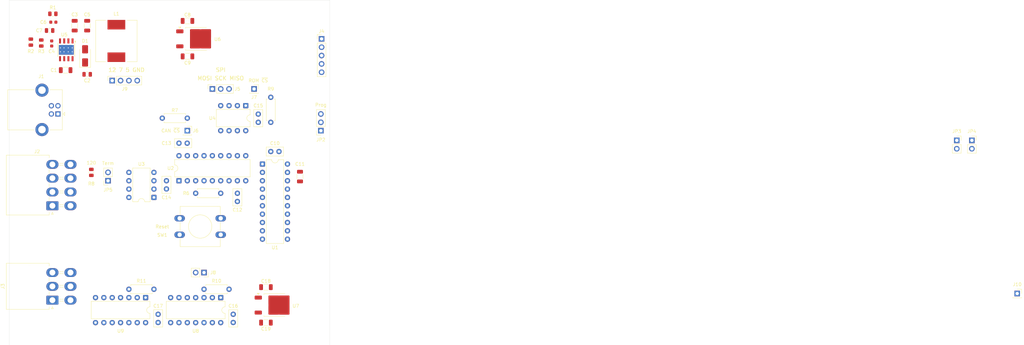
<source format=kicad_pcb>
(kicad_pcb (version 20241229) (generator "pcbnew") (generator_version "9.0")
  (title_block (title "CAN Gauge Interface") (date "2025-09-27") (rev "0.1") (company "Sam Anthony"))
  (layers (0 "F.Cu" signal) (4 "In1.Cu" signal) (6 "In2.Cu" signal) (2 "B.Cu" power) (13 "F.Paste" user) (15 "B.Paste" user) (5 "F.SilkS" user "F.Silkscreen") (7 "B.SilkS" user "B.Silkscreen") (1 "F.Mask" user) (3 "B.Mask" user) (25 "Edge.Cuts" user))
  (net 0 "")
  (net 1 "GND")
  (net 2 "+12V")
  (net 3 "Net-(U5-BOOT)")
  (net 4 "+7V")
  (net 5 "Net-(C7-Pad2)")
  (net 6 "+5V")
  (net 7 "Net-(U1-Vusb3v3)")
  (net 8 "/~{MCLR}")
  (net 9 "+5VA")
  (net 10 "/USB_D+")
  (net 11 "/USB_D-")
  (net 12 "VBUS")
  (net 15 "/CAN_L")
  (net 16 "/Speed")
  (net 17 "/Tach")
  (net 18 "/CAN_H")
  (net 19 "/AN4")
  (net 20 "/AN2")
  (net 21 "/AN3")
  (net 22 "/AN1")
  (net 23 "/ICSP_CLK")
  (net 24 "/ICSP_DAT")
  (net 25 "/SCK")
  (net 26 "/MOSI")
  (net 27 "/MISO")
  (net 28 "/CAN_~{CS}")
  (net 29 "/ROM_~{CS}")
  (net 30 "/DAC2_~{CS}")
  (net 31 "/DAC1_~{CS}")
  (net 32 "/INT{slash}ICSP_CLK")
  (net 33 "/INT")
  (net 34 "Net-(JP5-B)")
  (net 36 "/CLK")
  (net 39 "/CAN_RX")
  (net 40 "/CAN_TX")
  (net 53 "/PH")
  (net 54 "/sense")
  (footprint "Connector_PinSocket_2.54mm:PinSocket_1x01_P2.54mm_Vertical" (layer "F.Cu") (at 124.46 129.54)
    (property "Reference" "J7" (at 0 2.54 0) (layer "F.SilkS"))
    (property "Value" "ROM ~{CS}" (at 1.27 -2.54 0) (layer "F.SilkS"))
    (pad "1" thru_hole rect (at 0 0) (size 1.7 1.7) (drill 1) (layers "*.Cu" "*.Mask") (net 29 "/ROM_~{CS}"))
  )
  (footprint "Capacitor_SMD:C_1206_3216Metric" (layer "F.Cu") (at 104.189 119.634)
    (property "Reference" "C9" (at 0 1.984 0) (layer "F.SilkS"))
    (property "Value" "10u" (hide yes))
    (pad "1" smd roundrect (at -1.475 0) (size 1.15 1.8) (layers "F.Cu" "F.Mask" "F.Paste") (roundrect_rratio 0.217391) (net 6 "+5V"))
    (pad "2" smd roundrect (at 1.475 0) (size 1.15 1.8) (layers "F.Cu" "F.Mask" "F.Paste") (roundrect_rratio 0.217391) (net 1 "GND"))
  )
  (footprint "Capacitor_SMD:C_0805_2012Metric" (layer "F.Cu") (at 62.23 111.76 180)
    (property "Reference" "C7" (at 3.175 0 0) (layer "F.SilkS"))
    (property "Value" "47n" (hide yes))
    (pad "1" smd roundrect (at -0.95 0 180) (size 1 1.45) (layers "F.Cu" "F.Mask" "F.Paste") (net 54 "/sense"))
    (pad "2" smd roundrect (at 0.95 0 180) (size 1 1.45) (layers "F.Cu" "F.Mask" "F.Paste") (net 5 "Net-(C7-Pad2)"))
  )
  (footprint "Connector_PinSocket_2.54mm:PinSocket_1x04_P2.54mm_Vertical" (layer "F.Cu") (at 81.28 127 90)
    (property "Reference" "J9" (at -2.54 3.81 180) (layer "F.SilkS"))
    (property "Value" "Conn_01x04_Socket" (hide yes))
    (pad "1" thru_hole rect (at 0 0 90) (size 1.7 1.7) (drill 1) (layers "*.Cu" "*.Mask") (net 2 "+12V"))
    (pad "2" thru_hole oval (at 0 2.54 90) (size 1.7 1.7) (drill 1) (layers "*.Cu" "*.Mask") (net 4 "+7V"))
    (pad "3" thru_hole oval (at 0 5.08 90) (size 1.7 1.7) (drill 1) (layers "*.Cu" "*.Mask") (net 6 "+5V"))
    (pad "4" thru_hole oval (at 0 7.62 90) (size 1.7 1.7) (drill 1) (layers "*.Cu" "*.Mask") (net 1 "GND"))
  )
  (footprint "MountingHole:MountingHole_3.2mm_M3_DIN965" (layer "F.Cu") (at 55 202.5)
    (property "Reference" "H1" (hide yes))
    (property "Value" "MountingHole" (hide yes))
    (pad "" np_thru_hole circle (at 0 0) (size 3.2 3.2) (drill 3.2) (layers "*.Cu" "*.Mask"))
  )
  (footprint "Capacitor_SMD:C_1206_3216Metric" (layer "F.Cu") (at 128.065 200.66)
    (property "Reference" "C19" (at 0 1.905 0) (layer "F.SilkS"))
    (property "Value" "10u" (hide yes))
    (pad "1" smd roundrect (at -1.475 0) (size 1.15 1.8) (layers "F.Cu" "F.Mask" "F.Paste") (roundrect_rratio 0.217391) (net 9 "+5VA"))
    (pad "2" smd roundrect (at 1.475 0) (size 1.15 1.8) (layers "F.Cu" "F.Mask" "F.Paste") (roundrect_rratio 0.217391) (net 1 "GND"))
  )
  (footprint "Resistor_THT:R_Axial_DIN0207_L6.3mm_D2.5mm_P7.62mm_Horizontal" (layer "F.Cu") (at 116.84 190.5 180)
    (property "Reference" "R10" (at 3.81 2.54 0) (layer "F.SilkS"))
    (property "Value" "10k" (hide yes))
    (pad "1" thru_hole circle (at 0 0 180) (size 1.6 1.6) (drill 0.8) (layers "*.Cu" "*.Mask") (net 9 "+5VA"))
    (pad "2" thru_hole oval (at 7.62 0 180) (size 1.6 1.6) (drill 0.8) (layers "*.Cu" "*.Mask") (net 31 "/DAC1_~{CS}"))
  )
  (footprint "Capacitor_SMD:C_1206_3216Metric" (layer "F.Cu") (at 128.065 189.865)
    (property "Reference" "C18" (at 0 -1.85 0) (layer "F.SilkS"))
    (property "Value" "10u" (hide yes))
    (pad "1" smd roundrect (at -1.475 0) (size 1.15 1.8) (layers "F.Cu" "F.Mask" "F.Paste") (roundrect_rratio 0.217391) (net 4 "+7V"))
    (pad "2" smd roundrect (at 1.475 0) (size 1.15 1.8) (layers "F.Cu" "F.Mask" "F.Paste") (roundrect_rratio 0.217391) (net 1 "GND"))
  )
  (footprint "Package_TO_SOT_SMD:TO-252-2" (layer "F.Cu") (at 106.894 114.294)
    (property "Reference" "U6" (at 6.443 0.128 0) (layer "F.SilkS"))
    (property "Value" "L78M05AB" (hide yes))
    (pad "1" smd roundrect (at -5.04 -2.28) (size 2.2 1.2) (layers "F.Cu" "F.Mask" "F.Paste") (roundrect_rratio 0.208333) (net 4 "+7V"))
    (pad "2" smd roundrect (at -0.415 -1.525) (size 3.05 2.75) (layers "F.Cu" "F.Paste") (roundrect_rratio 0.090909) (net 1 "GND"))
    (pad "2" smd roundrect (at -0.415 1.525) (size 3.05 2.75) (layers "F.Cu" "F.Paste") (roundrect_rratio 0.090909) (net 1 "GND"))
    (pad "2" smd roundrect (at 1.26 0) (size 6.4 5.8) (layers "F.Cu" "F.Mask") (roundrect_rratio 0.043103) (net 1 "GND"))
    (pad "2" smd roundrect (at 2.935 -1.525) (size 3.05 2.75) (layers "F.Cu" "F.Paste") (roundrect_rratio 0.090909) (net 1 "GND"))
    (pad "2" smd roundrect (at 2.935 1.525) (size 3.05 2.75) (layers "F.Cu" "F.Paste") (roundrect_rratio 0.090909) (net 1 "GND"))
    (pad "3" smd roundrect (at -5.04 2.28) (size 2.2 1.2) (layers "F.Cu" "F.Mask" "F.Paste") (roundrect_rratio 0.208333) (net 6 "+5V"))
  )
  (footprint "Capacitor_THT:C_Disc_D5.0mm_W2.5mm_P2.50mm" (layer "F.Cu") (at 118.11 198.12 -90)
    (property "Reference" "C16" (at -2.54 0 180) (layer "F.SilkS"))
    (property "Value" "100n" (hide yes))
    (pad "1" thru_hole circle (at 0 0 270) (size 1.6 1.6) (drill 0.8) (layers "*.Cu" "*.Mask") (net 9 "+5VA"))
    (pad "2" thru_hole circle (at 2.5 0 270) (size 1.6 1.6) (drill 0.8) (layers "*.Cu" "*.Mask") (net 1 "GND"))
  )
  (footprint "MountingHole:MountingHole_3.2mm_M3_DIN965" (layer "F.Cu") (at 142.5 202.5)
    (property "Reference" "H2" (hide yes))
    (property "Value" "MountingHole" (hide yes))
    (pad "" np_thru_hole circle (at 0 0) (size 3.2 3.2) (drill 3.2) (layers "*.Cu" "*.Mask"))
  )
  (footprint "Capacitor_SMD:C_0603_1608Metric" (layer "F.Cu") (at 62.865 115.71 -90)
    (property "Reference" "C4" (at 2.4 0 180) (layer "F.SilkS"))
    (property "Value" "220p" (hide yes))
    (pad "1" smd roundrect (at -0.775 0 270) (size 0.9 0.95) (layers "F.Cu" "F.Mask" "F.Paste") (net 54 "/sense"))
    (pad "2" smd roundrect (at 0.775 0 270) (size 0.9 0.95) (layers "F.Cu" "F.Mask" "F.Paste") (net 1 "GND"))
  )
  (footprint "Connector_Molex:Molex_Mini-Fit_Jr_5569-06A2_2x03_P4.20mm_Horizontal" (layer "F.Cu") (at 63.08 193.82 90)
    (property "Reference" "J3" (at 4.2 -15.1 90) (layer "F.SilkS"))
    (property "Value" "Analog")
    (pad "" np_thru_hole circle (at 0 -7.3 90) (size 3 3) (drill 3) (layers "*.Cu" "*.Mask"))
    (pad "" np_thru_hole circle (at 8.4 -7.3 90) (size 3 3) (drill 3) (layers "*.Cu" "*.Mask"))
    (pad "1" thru_hole roundrect (at 0 0 90) (size 2.7 3.7) (drill 1.8) (layers "*.Cu" "*.Mask") (roundrect_rratio 0.092593) (net 22 "/AN1"))
    (pad "2" thru_hole oval (at 4.2 0 90) (size 2.7 3.7) (drill 1.8) (layers "*.Cu" "*.Mask") (net 1 "GND"))
    (pad "3" thru_hole oval (at 8.4 0 90) (size 2.7 3.7) (drill 1.8) (layers "*.Cu" "*.Mask") (net 19 "/AN4"))
    (pad "4" thru_hole oval (at 0 5.5 90) (size 2.7 3.7) (drill 1.8) (layers "*.Cu" "*.Mask") (net 20 "/AN2"))
    (pad "5" thru_hole oval (at 4.2 5.5 90) (size 2.7 3.7) (drill 1.8) (layers "*.Cu" "*.Mask") (net 1 "GND"))
    (pad "6" thru_hole oval (at 8.4 5.5 90) (size 2.7 3.7) (drill 1.8) (layers "*.Cu" "*.Mask") (net 21 "/AN3"))
  )
  (footprint "Resistor_SMD:R_0805_2012Metric" (layer "F.Cu") (at 63.2225 106.68)
    (property "Reference" "R1" (at 0 -1.905 0) (layer "F.SilkS"))
    (property "Value" "10k" (hide yes))
    (pad "1" smd roundrect (at -0.9125 0) (size 1.025 1.4) (layers "F.Cu" "F.Mask" "F.Paste") (roundrect_rratio 0.243902) (net 54 "/sense"))
    (pad "2" smd roundrect (at 0.9125 0) (size 1.025 1.4) (layers "F.Cu" "F.Mask" "F.Paste") (roundrect_rratio 0.243902) (net 4 "+7V"))
  )
  (footprint "Connector_USB:USB_B_Lumberg_2411_02_Horizontal" (layer "F.Cu") (at 64.77 137.16 180)
    (property "Reference" "J1" (at 5.08 11.43 180) (layer "F.SilkS"))
    (property "Value" "USB_B" (hide yes))
    (pad "1" thru_hole rect (at 0 0 270) (size 1.6 1.6) (drill 0.95) (layers "*.Cu" "*.Mask") (net 12 "VBUS"))
    (pad "2" thru_hole circle (at 0 2.5 270) (size 1.6 1.6) (drill 0.95) (layers "*.Cu" "*.Mask") (net 11 "/USB_D-"))
    (pad "3" thru_hole circle (at 2 2.5 270) (size 1.6 1.6) (drill 0.95) (layers "*.Cu" "*.Mask") (net 10 "/USB_D+"))
    (pad "4" thru_hole circle (at 2 0 270) (size 1.6 1.6) (drill 0.95) (layers "*.Cu" "*.Mask") (net 1 "GND"))
    (pad "5" thru_hole circle (at 4.86 -4.75 270) (size 4 4) (drill 2.3) (layers "*.Cu" "*.Mask"))
    (pad "5" thru_hole circle (at 4.86 7.25 270) (size 4 4) (drill 2.3) (layers "*.Cu" "*.Mask"))
  )
  (footprint "Connector_PinSocket_2.54mm:PinSocket_1x02_P2.54mm_Vertical" (layer "F.Cu") (at 80.01 157.48 180)
    (property "Reference" "JP5" (at 0 -2.77 0) (layer "F.SilkS"))
    (property "Value" "Term" (at 0 5.31 0) (layer "F.SilkS"))
    (pad "1" thru_hole rect (at 0 0 180) (size 1.7 1.7) (drill 1) (layers "*.Cu" "*.Mask") (net 15 "/CAN_L"))
    (pad "2" thru_hole oval (at 0 2.54 180) (size 1.7 1.7) (drill 1) (layers "*.Cu" "*.Mask") (net 34 "Net-(JP5-B)"))
  )
  (footprint "Capacitor_SMD:C_0603_1608Metric" (layer "F.Cu") (at 63.36 109.22)
    (property "Reference" "C6" (at -3.035 0 0) (layer "F.SilkS"))
    (property "Value" "3300p" (hide yes))
    (pad "1" smd roundrect (at -0.775 0) (size 0.9 0.95) (layers "F.Cu" "F.Mask" "F.Paste") (net 54 "/sense"))
    (pad "2" smd roundrect (at 0.775 0) (size 0.9 0.95) (layers "F.Cu" "F.Mask" "F.Paste") (net 4 "+7V"))
  )
  (footprint "Inductor_SMD:L_12x12mm_H8mm" (layer "F.Cu") (at 82.55 114.935 90)
    (property "Reference" "L1" (at 8.255 0 180) (layer "F.SilkS"))
    (property "Value" "150u" (hide yes))
    (pad "1" smd rect (at -4.95 0 90) (size 2.9 5.4) (layers "F.Cu" "F.Mask" "F.Paste") (net 53 "/PH"))
    (pad "2" smd rect (at 4.95 0 90) (size 2.9 5.4) (layers "F.Cu" "F.Mask" "F.Paste") (net 4 "+7V"))
  )
  (footprint "MountingHole:MountingHole_3.2mm_M3_DIN965" (layer "F.Cu") (at 55 107.5)
    (property "Reference" "H4" (hide yes))
    (property "Value" "MountingHole" (hide yes))
    (pad "" np_thru_hole circle (at 0 0) (size 3.2 3.2) (drill 3.2) (layers "*.Cu" "*.Mask"))
  )
  (footprint "Resistor_SMD:R_0805_2012Metric" (layer "F.Cu") (at 56.515 115.2925 -90)
    (property "Reference" "R2" (at 2.8175 0 180) (layer "F.SilkS"))
    (property "Value" "3k24" (hide yes))
    (pad "1" smd roundrect (at -0.9125 0 270) (size 1.025 1.4) (layers "F.Cu" "F.Mask" "F.Paste") (roundrect_rratio 0.243902) (net 54 "/sense"))
    (pad "2" smd roundrect (at 0.9125 0 270) (size 1.025 1.4) (layers "F.Cu" "F.Mask" "F.Paste") (roundrect_rratio 0.243902) (net 1 "GND"))
  )
  (footprint "Resistor_THT:R_Axial_DIN0207_L6.3mm_D2.5mm_P7.62mm_Horizontal" (layer "F.Cu") (at 106.68 161.29)
    (property "Reference" "R6" (at -2.8975 0 0) (layer "F.SilkS"))
    (property "Value" "10k" (hide yes))
    (pad "1" thru_hole circle (at 0 0) (size 1.6 1.6) (drill 0.8) (layers "*.Cu" "*.Mask") (net 6 "+5V"))
    (pad "2" thru_hole oval (at 7.62 0) (size 1.6 1.6) (drill 0.8) (layers "*.Cu" "*.Mask") (net 8 "/~{MCLR}"))
  )
  (footprint "Connector_PinSocket_2.54mm:PinSocket_1x02_P2.54mm_Vertical" (layer "F.Cu") (at 109.22 185.42 -90)
    (property "Reference" "J8" (at 0 -2.77 180) (layer "F.SilkS"))
    (property "Value" "DAC ~{CS}")
    (pad "1" thru_hole rect (at 0 0 270) (size 1.7 1.7) (drill 1) (layers "*.Cu" "*.Mask") (net 31 "/DAC1_~{CS}"))
    (pad "2" thru_hole oval (at 0 2.54 270) (size 1.7 1.7) (drill 1) (layers "*.Cu" "*.Mask") (net 30 "/DAC2_~{CS}"))
  )
  (footprint "Button_Switch_THT:SW_PUSH-12mm" (layer "F.Cu") (at 114.3 173.91 180)
    (property "Reference" "SW1" (at 17.78 -0.08 0) (layer "F.SilkS"))
    (property "Value" "Reset" (at 17.78 2.46 0) (layer "F.SilkS"))
    (pad "1" thru_hole oval (at 0 0 180) (size 3.2 1.9) (drill 1.3) (layers "*.Cu" "*.Mask") (net 1 "GND"))
    (pad "1" thru_hole oval (at 12.5 0 180) (size 3.2 1.9) (drill 1.3) (layers "*.Cu" "*.Mask") (net 1 "GND"))
    (pad "2" thru_hole oval (at 0 5 180) (size 3.2 1.9) (drill 1.3) (layers "*.Cu" "*.Mask") (net 8 "/~{MCLR}"))
    (pad "2" thru_hole oval (at 12.5 5 180) (size 3.2 1.9) (drill 1.3) (layers "*.Cu" "*.Mask") (net 8 "/~{MCLR}"))
  )
  (footprint "Capacitor_SMD:C_1206_3216Metric" (layer "F.Cu") (at 69.85 110.285 -90)
    (property "Reference" "C3" (at -3.38 0 0) (layer "F.SilkS"))
    (property "Value" "22u" (hide yes))
    (pad "1" smd roundrect (at -1.475 0 270) (size 1.15 1.8) (layers "F.Cu" "F.Mask" "F.Paste") (roundrect_rratio 0.217391) (net 4 "+7V"))
    (pad "2" smd roundrect (at 1.475 0 270) (size 1.15 1.8) (layers "F.Cu" "F.Mask" "F.Paste") (roundrect_rratio 0.217391) (net 1 "GND"))
  )
  (footprint "Connector_PinSocket_2.54mm:PinSocket_1x01_P2.54mm_Vertical" (layer "F.Cu") (at 104.14 142.24)
    (property "Reference" "J6" (at 2.54 0 0) (layer "F.SilkS"))
    (property "Value" "CAN ~{CS}" (at -5.08 0 0) (layer "F.SilkS"))
    (pad "1" thru_hole rect (at 0 0) (size 1.7 1.7) (drill 1) (layers "*.Cu" "*.Mask") (net 28 "/CAN_~{CS}"))
  )
  (footprint "Resistor_THT:R_Axial_DIN0207_L6.3mm_D2.5mm_P7.62mm_Horizontal" (layer "F.Cu") (at 129.54 139.7 90)
    (property "Reference" "R9" (at 10.16 0 180) (layer "F.SilkS"))
    (property "Value" "10k" (hide yes))
    (pad "1" thru_hole circle (at 0 0 90) (size 1.6 1.6) (drill 0.8) (layers "*.Cu" "*.Mask") (net 6 "+5V"))
    (pad "2" thru_hole oval (at 7.62 0 90) (size 1.6 1.6) (drill 0.8) (layers "*.Cu" "*.Mask") (net 29 "/ROM_~{CS}"))
  )
  (footprint "Connector_PinSocket_2.54mm:PinSocket_1x03_P2.54mm_Vertical" (layer "F.Cu") (at 144.78 142.24 180)
    (property "Reference" "JP2" (at 0 -2.77 0) (layer "F.SilkS"))
    (property "Value" "Prog" (at 0 7.85 0) (layer "F.SilkS"))
    (pad "1" thru_hole rect (at 0 0 180) (size 1.7 1.7) (drill 1) (layers "*.Cu" "*.Mask") (net 33 "/INT"))
    (pad "2" thru_hole oval (at 0 2.54 180) (size 1.7 1.7) (drill 1) (layers "*.Cu" "*.Mask") (net 32 "/INT{slash}ICSP_CLK"))
    (pad "3" thru_hole oval (at 0 5.08 180) (size 1.7 1.7) (drill 1) (layers "*.Cu" "*.Mask") (net 23 "/ICSP_CLK"))
  )
  (footprint "Package_DIP:DIP-14_W7.62mm" (layer "F.Cu") (at 114.3 193.04 -90)
    (property "Reference" "U8" (at 10.16 7.62 180) (layer "F.SilkS"))
    (property "Value" "MCP4912" (hide yes))
    (pad "1" thru_hole roundrect (at 0 0 270) (size 1.6 1.6) (drill 0.8) (layers "*.Cu" "*.Mask") (roundrect_rratio 0.15625) (net 9 "+5VA"))
    (pad "2" thru_hole circle (at 0 2.54 270) (size 1.6 1.6) (drill 0.8) (layers "*.Cu" "*.Mask"))
    (pad "3" thru_hole circle (at 0 5.08 270) (size 1.6 1.6) (drill 0.8) (layers "*.Cu" "*.Mask") (net 31 "/DAC1_~{CS}"))
    (pad "4" thru_hole circle (at 0 7.62 270) (size 1.6 1.6) (drill 0.8) (layers "*.Cu" "*.Mask") (net 25 "/SCK"))
    (pad "5" thru_hole circle (at 0 10.16 270) (size 1.6 1.6) (drill 0.8) (layers "*.Cu" "*.Mask") (net 26 "/MOSI"))
    (pad "6" thru_hole circle (at 0 12.7 270) (size 1.6 1.6) (drill 0.8) (layers "*.Cu" "*.Mask"))
    (pad "7" thru_hole circle (at 0 15.24 270) (size 1.6 1.6) (drill 0.8) (layers "*.Cu" "*.Mask"))
    (pad "8" thru_hole circle (at 7.62 15.24 270) (size 1.6 1.6) (drill 0.8) (layers "*.Cu" "*.Mask") (net 1 "GND"))
    (pad "9" thru_hole circle (at 7.62 12.7 270) (size 1.6 1.6) (drill 0.8) (layers "*.Cu" "*.Mask") (net 9 "+5VA"))
    (pad "10" thru_hole circle (at 7.62 10.16 270) (size 1.6 1.6) (drill 0.8) (layers "*.Cu" "*.Mask") (net 20 "/AN2"))
    (pad "11" thru_hole circle (at 7.62 7.62 270) (size 1.6 1.6) (drill 0.8) (layers "*.Cu" "*.Mask") (net 9 "+5VA"))
    (pad "12" thru_hole circle (at 7.62 5.08 270) (size 1.6 1.6) (drill 0.8) (layers "*.Cu" "*.Mask") (net 1 "GND"))
    (pad "13" thru_hole circle (at 7.62 2.54 270) (size 1.6 1.6) (drill 0.8) (layers "*.Cu" "*.Mask") (net 9 "+5VA"))
    (pad "14" thru_hole circle (at 7.62 0 270) (size 1.6 1.6) (drill 0.8) (layers "*.Cu" "*.Mask") (net 22 "/AN1"))
  )
  (footprint "Diode_SMD:D_SMA" (layer "F.Cu") (at 73.025 119.475 90)
    (property "Reference" "D1" (at 4.54 0 180) (layer "F.SilkS"))
    (property "Value" "SS34" (hide yes))
    (pad "1" smd roundrect (at -2 0 90) (size 2.5 1.8) (layers "F.Cu" "F.Mask" "F.Paste") (roundrect_rratio 0.1388888889) (net 53 "/PH"))
    (pad "2" smd roundrect (at 2 0 90) (size 2.5 1.8) (layers "F.Cu" "F.Mask" "F.Paste") (roundrect_rratio 0.1388888889) (net 1 "GND"))
  )
  (footprint "Connector_Molex:Molex_Mini-Fit_Jr_5569-08A2_2x04_P4.20mm_Horizontal" (layer "F.Cu") (at 63.08 165.1 90)
    (property "Reference" "J2" (at 16.51 -4.66 180) (layer "F.SilkS"))
    (property "Value" "Conn_02x04_Top_Bottom" (hide yes))
    (pad "" np_thru_hole circle (at 0 -7.3 90) (size 3 3) (drill 3) (layers "*.Cu" "*.Mask"))
    (pad "" np_thru_hole circle (at 12.6 -7.3 90) (size 3 3) (drill 3) (layers "*.Cu" "*.Mask"))
    (pad "1" thru_hole roundrect (at 0 0 90) (size 2.7 3.7) (drill 1.8) (layers "*.Cu" "*.Mask") (roundrect_rratio 0.092593) (net 17 "/Tach"))
    (pad "2" thru_hole oval (at 4.2 0 90) (size 2.7 3.7) (drill 1.8) (layers "*.Cu" "*.Mask") (net 1 "GND"))
    (pad "3" thru_hole oval (at 8.4 0 90) (size 2.7 3.7) (drill 1.8) (layers "*.Cu" "*.Mask") (net 1 "GND"))
    (pad "4" thru_hole oval (at 12.6 0 90) (size 2.7 3.7) (drill 1.8) (layers "*.Cu" "*.Mask") (net 2 "+12V"))
    (pad "5" thru_hole oval (at 0 5.5 90) (size 2.7 3.7) (drill 1.8) (layers "*.Cu" "*.Mask") (net 16 "/Speed"))
    (pad "6" thru_hole oval (at 4.2 5.5 90) (size 2.7 3.7) (drill 1.8) (layers "*.Cu" "*.Mask") (net 18 "/CAN_H"))
    (pad "7" thru_hole oval (at 8.4 5.5 90) (size 2.7 3.7) (drill 1.8) (layers "*.Cu" "*.Mask") (net 15 "/CAN_L"))
    (pad "8" thru_hole oval (at 12.6 5.5 90) (size 2.7 3.7) (drill 1.8) (layers "*.Cu" "*.Mask") (net 1 "GND"))
  )
  (footprint "Resistor_SMD:R_0805_2012Metric" (layer "F.Cu") (at 59.69 115.57 -90)
    (property "Reference" "R3" (at 2.54 0 0) (layer "F.SilkS"))
    (property "Value" "2k7" (hide yes))
    (pad "1" smd roundrect (at -0.9125 0 270) (size 1.025 1.4) (layers "F.Cu" "F.Mask" "F.Paste") (roundrect_rratio 0.243902) (net 5 "Net-(C7-Pad2)"))
    (pad "2" smd roundrect (at 0.9125 0 270) (size 1.025 1.4) (layers "F.Cu" "F.Mask" "F.Paste") (roundrect_rratio 0.243902) (net 1 "GND"))
  )
  (footprint "Package_DIP:DIP-8_W7.62mm" (layer "F.Cu") (at 93.98 162.56 180)
    (property "Reference" "U3" (at 3.805 10.16 0) (layer "F.SilkS"))
    (property "Value" "MCP2561-E-P" (hide yes))
    (pad "1" thru_hole roundrect (at 0 0 180) (size 1.6 1.6) (drill 0.8) (layers "*.Cu" "*.Mask") (roundrect_rratio 0.15625) (net 40 "/CAN_TX"))
    (pad "2" thru_hole circle (at 0 2.54 180) (size 1.6 1.6) (drill 0.8) (layers "*.Cu" "*.Mask") (net 1 "GND"))
    (pad "3" thru_hole circle (at 0 5.08 180) (size 1.6 1.6) (drill 0.8) (layers "*.Cu" "*.Mask") (net 6 "+5V"))
    (pad "4" thru_hole circle (at 0 7.62 180) (size 1.6 1.6) (drill 0.8) (layers "*.Cu" "*.Mask") (net 39 "/CAN_RX"))
    (pad "5" thru_hole circle (at 7.62 7.62 180) (size 1.6 1.6) (drill 0.8) (layers "*.Cu" "*.Mask"))
    (pad "6" thru_hole circle (at 7.62 5.08 180) (size 1.6 1.6) (drill 0.8) (layers "*.Cu" "*.Mask") (net 15 "/CAN_L"))
    (pad "7" thru_hole circle (at 7.62 2.54 180) (size 1.6 1.6) (drill 0.8) (layers "*.Cu" "*.Mask") (net 18 "/CAN_H"))
    (pad "8" thru_hole circle (at 7.62 0 180) (size 1.6 1.6) (drill 0.8) (layers "*.Cu" "*.Mask") (net 1 "GND"))
  )
  (footprint "Resistor_THT:R_Axial_DIN0207_L6.3mm_D2.5mm_P7.62mm_Horizontal" (layer "F.Cu") (at 96.52 138.43)
    (property "Reference" "R7" (at 3.81 -2.37 0) (layer "F.SilkS"))
    (property "Value" "10k" (hide yes))
    (pad "1" thru_hole circle (at 0 0) (size 1.6 1.6) (drill 0.8) (layers "*.Cu" "*.Mask") (net 6 "+5V"))
    (pad "2" thru_hole oval (at 7.62 0) (size 1.6 1.6) (drill 0.8) (layers "*.Cu" "*.Mask") (net 28 "/CAN_~{CS}"))
  )
  (footprint "Capacitor_SMD:C_1206_3216Metric" (layer "F.Cu") (at 73.66 110.285 -90)
    (property "Reference" "C5" (at -3.38 0 0) (layer "F.SilkS"))
    (property "Value" "22u" (hide yes))
    (pad "1" smd roundrect (at -1.475 0 270) (size 1.15 1.8) (layers "F.Cu" "F.Mask" "F.Paste") (roundrect_rratio 0.217391) (net 4 "+7V"))
    (pad "2" smd roundrect (at 1.475 0 270) (size 1.15 1.8) (layers "F.Cu" "F.Mask" "F.Paste") (roundrect_rratio 0.217391) (net 1 "GND"))
  )
  (footprint "Connector_PinHeader_2.54mm:PinHeader_1x05_P2.54mm_Vertical" (layer "F.Cu") (at 145 114.3)
    (property "Reference" "J4" (at 0 -2.33 0) (layer "F.SilkS"))
    (property "Value" "ICSP")
    (pad "1" thru_hole rect (at 0 0) (size 1.7 1.7) (drill 1) (layers "*.Cu" "*.Mask") (net 8 "/~{MCLR}"))
    (pad "2" thru_hole oval (at 0 2.54) (size 1.7 1.7) (drill 1) (layers "*.Cu" "*.Mask") (net 6 "+5V"))
    (pad "3" thru_hole oval (at 0 5.08) (size 1.7 1.7) (drill 1) (layers "*.Cu" "*.Mask") (net 1 "GND"))
    (pad "4" thru_hole oval (at 0 7.62) (size 1.7 1.7) (drill 1) (layers "*.Cu" "*.Mask") (net 24 "/ICSP_DAT"))
    (pad "5" thru_hole oval (at 0 10.16) (size 1.7 1.7) (drill 1) (layers "*.Cu" "*.Mask") (net 23 "/ICSP_CLK"))
  )
  (footprint "Capacitor_THT:C_Disc_D5.0mm_W2.5mm_P2.50mm" (layer "F.Cu") (at 97.79 159.98 90)
    (property "Reference" "C14" (at -2.58 0 180) (layer "F.SilkS"))
    (property "Value" "100n" (hide yes))
    (pad "1" thru_hole circle (at 0 0 90) (size 1.6 1.6) (drill 0.8) (layers "*.Cu" "*.Mask") (net 1 "GND"))
    (pad "2" thru_hole circle (at 2.5 0 90) (size 1.6 1.6) (drill 0.8) (layers "*.Cu" "*.Mask") (net 6 "+5V"))
  )
  (footprint "Connector_PinSocket_2.54mm:PinSocket_1x03_P2.54mm_Vertical" (layer "F.Cu") (at 111.76 129.54 90)
    (property "Reference" "J5" (at 0 7.62 180) (layer "F.SilkS"))
    (property "Value" "SPI Debug" (hide yes))
    (pad "1" thru_hole rect (at 0 0 90) (size 1.7 1.7) (drill 1) (layers "*.Cu" "*.Mask") (net 26 "/MOSI"))
    (pad "2" thru_hole oval (at 0 2.54 90) (size 1.7 1.7) (drill 1) (layers "*.Cu" "*.Mask") (net 25 "/SCK"))
    (pad "3" thru_hole oval (at 0 5.08 90) (size 1.7 1.7) (drill 1) (layers "*.Cu" "*.Mask") (net 27 "/MISO"))
  )
  (footprint "Connector_PinSocket_2.54mm:PinSocket_1x02_P2.54mm_Vertical" (layer "F.Cu") (at 342.9 145.2)
    (property "Reference" "JP4" (at 0 -2.77 0) (layer "F.SilkS"))
    (property "Value" "USB_PWR")
    (pad "1" thru_hole rect (at 0 0) (size 1.7 1.7) (drill 1) (layers "*.Cu" "*.Mask") (net 12 "VBUS"))
    (pad "2" thru_hole oval (at 0 2.54) (size 1.7 1.7) (drill 1) (layers "*.Cu" "*.Mask") (net 9 "+5VA"))
  )
  (footprint "Capacitor_SMD:C_1206_3216Metric" (layer "F.Cu") (at 104.189 108.839)
    (property "Reference" "C8" (at 0 -1.85 0) (layer "F.SilkS"))
    (property "Value" "10u" (hide yes))
    (pad "1" smd roundrect (at -1.475 0) (size 1.15 1.8) (layers "F.Cu" "F.Mask" "F.Paste") (roundrect_rratio 0.217391) (net 4 "+7V"))
    (pad "2" smd roundrect (at 1.475 0) (size 1.15 1.8) (layers "F.Cu" "F.Mask" "F.Paste") (roundrect_rratio 0.217391) (net 1 "GND"))
  )
  (footprint "Connector_PinSocket_2.54mm:PinSocket_1x01_P2.54mm_Vertical" (layer "F.Cu") (at 356.7 191.8)
    (property "Reference" "J10" (at 0 -2.77 0) (layer "F.SilkS"))
    (property "Value" "+5VA")
    (pad "1" thru_hole rect (at 0 0) (size 1.7 1.7) (drill 1) (layers "*.Cu" "*.Mask") (net 9 "+5VA"))
  )
  (footprint "Package_DIP:DIP-20_W7.62mm" (layer "F.Cu") (at 127 152.4)
    (property "Reference" "U1" (at 3.81 25.4 0) (layer "F.SilkS"))
    (property "Value" "PIC16F1459-IP" (hide yes))
    (pad "1" thru_hole roundrect (at 0 0) (size 1.6 1.6) (drill 0.8) (layers "*.Cu" "*.Mask") (roundrect_rratio 0.15625) (net 6 "+5V"))
    (pad "2" thru_hole circle (at 0 2.54) (size 1.6 1.6) (drill 0.8) (layers "*.Cu" "*.Mask") (net 28 "/CAN_~{CS}"))
    (pad "3" thru_hole circle (at 0 5.08) (size 1.6 1.6) (drill 0.8) (layers "*.Cu" "*.Mask") (net 36 "/CLK"))
    (pad "4" thru_hole circle (at 0 7.62) (size 1.6 1.6) (drill 0.8) (layers "*.Cu" "*.Mask") (net 8 "/~{MCLR}"))
    (pad "5" thru_hole circle (at 0 10.16) (size 1.6 1.6) (drill 0.8) (layers "*.Cu" "*.Mask") (net 29 "/ROM_~{CS}"))
    (pad "6" thru_hole circle (at 0 12.7) (size 1.6 1.6) (drill 0.8) (layers "*.Cu" "*.Mask"))
    (pad "7" thru_hole circle (at 0 15.24) (size 1.6 1.6) (drill 0.8) (layers "*.Cu" "*.Mask"))
    (pad "8" thru_hole circle (at 0 17.78) (size 1.6 1.6) (drill 0.8) (layers "*.Cu" "*.Mask"))
    (pad "9" thru_hole circle (at 0 20.32) (size 1.6 1.6) (drill 0.8) (layers "*.Cu" "*.Mask") (net 26 "/MOSI"))
    (pad "10" thru_hole circle (at 0 22.86) (size 1.6 1.6) (drill 0.8) (layers "*.Cu" "*.Mask"))
    (pad "11" thru_hole circle (at 7.62 22.86) (size 1.6 1.6) (drill 0.8) (layers "*.Cu" "*.Mask") (net 25 "/SCK"))
    (pad "12" thru_hole circle (at 7.62 20.32) (size 1.6 1.6) (drill 0.8) (layers "*.Cu" "*.Mask"))
    (pad "13" thru_hole circle (at 7.62 17.78) (size 1.6 1.6) (drill 0.8) (layers "*.Cu" "*.Mask") (net 27 "/MISO"))
    (pad "14" thru_hole circle (at 7.62 15.24) (size 1.6 1.6) (drill 0.8) (layers "*.Cu" "*.Mask"))
    (pad "15" thru_hole circle (at 7.62 12.7) (size 1.6 1.6) (drill 0.8) (layers "*.Cu" "*.Mask") (net 32 "/INT{slash}ICSP_CLK"))
    (pad "16" thru_hole circle (at 7.62 10.16) (size 1.6 1.6) (drill 0.8) (layers "*.Cu" "*.Mask") (net 24 "/ICSP_DAT"))
    (pad "17" thru_hole circle (at 7.62 7.62) (size 1.6 1.6) (drill 0.8) (layers "*.Cu" "*.Mask") (net 7 "Net-(U1-Vusb3v3)"))
    (pad "18" thru_hole circle (at 7.62 5.08) (size 1.6 1.6) (drill 0.8) (layers "*.Cu" "*.Mask") (net 11 "/USB_D-"))
    (pad "19" thru_hole circle (at 7.62 2.54) (size 1.6 1.6) (drill 0.8) (layers "*.Cu" "*.Mask") (net 10 "/USB_D+"))
    (pad "20" thru_hole circle (at 7.62 0) (size 1.6 1.6) (drill 0.8) (layers "*.Cu" "*.Mask") (net 1 "GND"))
  )
  (footprint "Capacitor_SMD:C_0805_2012Metric" (layer "F.Cu") (at 73.66 125.095)
    (property "Reference" "C2" (at 0 1.905 180) (layer "F.SilkS"))
    (property "Value" "10n" (hide yes))
    (pad "1" smd roundrect (at -0.95 0) (size 1 1.45) (layers "F.Cu" "F.Mask" "F.Paste") (net 3 "Net-(U5-BOOT)"))
    (pad "2" smd roundrect (at 0.95 0) (size 1 1.45) (layers "F.Cu" "F.Mask" "F.Paste") (net 53 "/PH"))
  )
  (footprint "Package_SO:TI_SO-PowerPAD-8_ThermalVias" (layer "F.Cu") (at 67.31 117.635 -90)
    (property "Reference" "U5" (at -4.605 0.635 180) (layer "F.SilkS"))
    (property "Value" "TPS5430DDA" (hide yes))
    (pad "1" smd rect (at -2.7 -1.905 270) (size 1.55 0.6) (layers "F.Cu" "F.Mask" "F.Paste") (net 3 "Net-(U5-BOOT)"))
    (pad "2" smd rect (at -2.7 -0.635 270) (size 1.55 0.6) (layers "F.Cu" "F.Mask" "F.Paste"))
    (pad "3" smd rect (at -2.7 0.635 270) (size 1.55 0.6) (layers "F.Cu" "F.Mask" "F.Paste"))
    (pad "4" smd rect (at -2.7 1.905 270) (size 1.55 0.6) (layers "F.Cu" "F.Mask" "F.Paste") (net 54 "/sense"))
    (pad "5" smd rect (at 2.7 1.905 270) (size 1.55 0.6) (layers "F.Cu" "F.Mask" "F.Paste"))
    (pad "6" smd rect (at 2.7 0.635 270) (size 1.55 0.6) (layers "F.Cu" "F.Mask" "F.Paste") (net 1 "GND"))
    (pad "7" smd rect (at 2.7 -0.635 270) (size 1.55 0.6) (layers "F.Cu" "F.Mask" "F.Paste") (net 2 "+12V"))
    (pad "8" smd rect (at 2.7 -1.905 270) (size 1.55 0.6) (layers "F.Cu" "F.Mask" "F.Paste") (net 53 "/PH"))
    (pad "9" thru_hole circle (at -0.6 -1.8 270) (size 0.6 0.6) (drill 0.3) (layers "*.Cu") (net 1 "GND"))
    (pad "9" thru_hole circle (at -0.6 -0.6 270) (size 0.6 0.6) (drill 0.3) (layers "*.Cu") (net 1 "GND"))
    (pad "9" thru_hole circle (at -0.6 0.7 270) (size 0.6 0.6) (drill 0.3) (layers "*.Cu") (net 1 "GND"))
    (pad "9" thru_hole circle (at -0.6 1.8 270) (size 0.6 0.6) (drill 0.3) (layers "*.Cu") (net 1 "GND"))
    (pad "9" smd rect (at 0 0 270) (size 2.6 3.1) (layers "F.Cu" "F.Mask" "F.Paste") (net 1 "GND"))
    (pad "9" smd rect (at 0 0 270) (size 2.95 4.5) (layers "F.Cu") (net 1 "GND"))
    (pad "9" smd rect (at 0 0 270) (size 2.95 4.5) (layers "B.Cu") (net 1 "GND"))
    (pad "9" thru_hole circle (at 0.6 -1.8 270) (size 0.6 0.6) (drill 0.3) (layers "*.Cu") (net 1 "GND"))
    (pad "9" thru_hole circle (at 0.6 -0.6 270) (size 0.6 0.6) (drill 0.3) (layers "*.Cu") (net 1 "GND"))
    (pad "9" thru_hole circle (at 0.6 0.7 270) (size 0.6 0.6) (drill 0.3) (layers "*.Cu") (net 1 "GND"))
    (pad "9" thru_hole circle (at 0.6 1.8 270) (size 0.6 0.6) (drill 0.3) (layers "*.Cu") (net 1 "GND"))
  )
  (footprint "Capacitor_THT:C_Disc_D5.0mm_W2.5mm_P2.50mm" (layer "F.Cu") (at 119.38 161.29 -90)
    (property "Reference" "C12" (at 5.04 0 0) (layer "F.SilkS"))
    (property "Value" "100n" (hide yes))
    (pad "1" thru_hole circle (at 0 0 270) (size 1.6 1.6) (drill 0.8) (layers "*.Cu" "*.Mask") (net 8 "/~{MCLR}"))
    (pad "2" thru_hole circle (at 2.5 0 270) (size 1.6 1.6) (drill 0.8) (layers "*.Cu" "*.Mask") (net 1 "GND"))
  )
  (footprint "Capacitor_THT:C_Disc_D5.0mm_W2.5mm_P2.50mm" (layer "F.Cu") (at 95.25 198.12 -90)
    (property "Reference" "C17" (at -2.54 0 180) (layer "F.SilkS"))
    (property "Value" "100n" (hide yes))
    (pad "1" thru_hole circle (at 0 0 270) (size 1.6 1.6) (drill 0.8) (layers "*.Cu" "*.Mask") (net 9 "+5VA"))
    (pad "2" thru_hole circle (at 2.5 0 270) (size 1.6 1.6) (drill 0.8) (layers "*.Cu" "*.Mask") (net 1 "GND"))
  )
  (footprint "Resistor_SMD:R_0805_2012Metric" (layer "F.Cu") (at 74.93 154.94 90)
    (property "Reference" "R8" (at -3.4525 0 180) (layer "F.SilkS"))
    (property "Value" "120" (at 2.8975 0 180) (layer "F.SilkS"))
    (pad "1" smd roundrect (at -0.9125 0 90) (size 1.025 1.4) (layers "F.Cu" "F.Mask" "F.Paste") (roundrect_rratio 0.243902) (net 34 "Net-(JP5-B)"))
    (pad "2" smd roundrect (at 0.9125 0 90) (size 1.025 1.4) (layers "F.Cu" "F.Mask" "F.Paste") (roundrect_rratio 0.243902) (net 18 "/CAN_H"))
  )
  (footprint "Capacitor_THT:C_Disc_D5.0mm_W2.5mm_P2.50mm" (layer "F.Cu") (at 129.54 148.59)
    (property "Reference" "C10" (at 1.25 -2.5 0) (layer "F.SilkS"))
    (property "Value" "100n" (hide yes))
    (pad "1" thru_hole circle (at 0 0) (size 1.6 1.6) (drill 0.8) (layers "*.Cu" "*.Mask") (net 6 "+5V"))
    (pad "2" thru_hole circle (at 2.5 0) (size 1.6 1.6) (drill 0.8) (layers "*.Cu" "*.Mask") (net 1 "GND"))
  )
  (footprint "MountingHole:MountingHole_3.2mm_M3_DIN965" (layer "F.Cu") (at 142.5 107.5)
    (property "Reference" "H3" (hide yes))
    (property "Value" "MountingHole" (hide yes))
    (pad "" np_thru_hole circle (at 0 0) (size 3.2 3.2) (drill 3.2) (layers "*.Cu" "*.Mask"))
  )
  (footprint "Capacitor_THT:C_Disc_D5.0mm_W2.5mm_P2.50mm" (layer "F.Cu") (at 104.1 146.05 180)
    (property "Reference" "C13" (at 6.31 0 180) (layer "F.SilkS"))
    (property "Value" "100n" (hide yes))
    (pad "1" thru_hole circle (at 0 0 180) (size 1.6 1.6) (drill 0.8) (layers "*.Cu" "*.Mask") (net 1 "GND"))
    (pad "2" thru_hole circle (at 2.5 0 180) (size 1.6 1.6) (drill 0.8) (layers "*.Cu" "*.Mask") (net 6 "+5V"))
  )
  (footprint "Resistor_THT:R_Axial_DIN0207_L6.3mm_D2.5mm_P7.62mm_Horizontal" (layer "F.Cu") (at 93.98 190.5 180)
    (property "Reference" "R11" (at 3.81 2.54 0) (layer "F.SilkS"))
    (property "Value" "10k" (hide yes))
    (pad "1" thru_hole circle (at 0 0 180) (size 1.6 1.6) (drill 0.8) (layers "*.Cu" "*.Mask") (net 9 "+5VA"))
    (pad "2" thru_hole oval (at 7.62 0 180) (size 1.6 1.6) (drill 0.8) (layers "*.Cu" "*.Mask") (net 30 "/DAC2_~{CS}"))
  )
  (footprint "Connector_PinSocket_2.54mm:PinSocket_1x02_P2.54mm_Vertical" (layer "F.Cu") (at 338.3 145.2)
    (property "Reference" "JP3" (at 0 -2.77 0) (layer "F.SilkS"))
    (property "Value" "USB_PWR")
    (pad "1" thru_hole rect (at 0 0) (size 1.7 1.7) (drill 1) (layers "*.Cu" "*.Mask") (net 12 "VBUS"))
    (pad "2" thru_hole oval (at 0 2.54) (size 1.7 1.7) (drill 1) (layers "*.Cu" "*.Mask") (net 6 "+5V"))
  )
  (footprint "Package_DIP:DIP-18_W7.62mm" (layer "F.Cu") (at 101.6 157.48 90)
    (property "Reference" "U2" (at 3.81 -2.54 180) (layer "F.SilkS"))
    (property "Value" "MCP2515-I/P" (hide yes))
    (pad "1" thru_hole roundrect (at 0 0 90) (size 1.6 1.6) (drill 0.8) (layers "*.Cu" "*.Mask") (roundrect_rratio 0.15625) (net 40 "/CAN_TX"))
    (pad "2" thru_hole circle (at 0 2.54 90) (size 1.6 1.6) (drill 0.8) (layers "*.Cu" "*.Mask") (net 39 "/CAN_RX"))
    (pad "3" thru_hole circle (at 0 5.08 90) (size 1.6 1.6) (drill 0.8) (layers "*.Cu" "*.Mask"))
    (pad "4" thru_hole circle (at 0 7.62 90) (size 1.6 1.6) (drill 0.8) (layers "*.Cu" "*.Mask") (net 6 "+5V"))
    (pad "5" thru_hole circle (at 0 10.16 90) (size 1.6 1.6) (drill 0.8) (layers "*.Cu" "*.Mask") (net 6 "+5V"))
    (pad "6" thru_hole circle (at 0 12.7 90) (size 1.6 1.6) (drill 0.8) (layers "*.Cu" "*.Mask") (net 6 "+5V"))
    (pad "7" thru_hole circle (at 0 15.24 90) (size 1.6 1.6) (drill 0.8) (layers "*.Cu" "*.Mask"))
    (pad "8" thru_hole circle (at 0 17.78 90) (size 1.6 1.6) (drill 0.8) (layers "*.Cu" "*.Mask") (net 36 "/CLK"))
    (pad "9" thru_hole circle (at 0 20.32 90) (size 1.6 1.6) (drill 0.8) (layers "*.Cu" "*.Mask") (net 1 "GND"))
    (pad "10" thru_hole circle (at 7.62 20.32 90) (size 1.6 1.6) (drill 0.8) (layers "*.Cu" "*.Mask"))
    (pad "11" thru_hole circle (at 7.62 17.78 90) (size 1.6 1.6) (drill 0.8) (layers "*.Cu" "*.Mask"))
    (pad "12" thru_hole circle (at 7.62 15.24 90) (size 1.6 1.6) (drill 0.8) (layers "*.Cu" "*.Mask") (net 33 "/INT"))
    (pad "13" thru_hole circle (at 7.62 12.7 90) (size 1.6 1.6) (drill 0.8) (layers "*.Cu" "*.Mask") (net 25 "/SCK"))
    (pad "14" thru_hole circle (at 7.62 10.16 90) (size 1.6 1.6) (drill 0.8) (layers "*.Cu" "*.Mask") (net 26 "/MOSI"))
    (pad "15" thru_hole circle (at 7.62 7.62 90) (size 1.6 1.6) (drill 0.8) (layers "*.Cu" "*.Mask") (net 27 "/MISO"))
    (pad "16" thru_hole circle (at 7.62 5.08 90) (size 1.6 1.6) (drill 0.8) (layers "*.Cu" "*.Mask") (net 28 "/CAN_~{CS}"))
    (pad "17" thru_hole circle (at 7.62 2.54 90) (size 1.6 1.6) (drill 0.8) (layers "*.Cu" "*.Mask") (net 6 "+5V"))
    (pad "18" thru_hole circle (at 7.62 0 90) (size 1.6 1.6) (drill 0.8) (layers "*.Cu" "*.Mask") (net 6 "+5V"))
  )
  (footprint "Capacitor_SMD:C_1206_3216Metric" (layer "F.Cu") (at 138.43 156.21 90)
    (property "Reference" "C11" (at 3.81 0 180) (layer "F.SilkS"))
    (property "Value" "1u" (hide yes))
    (pad "1" smd roundrect (at -1.475 0 90) (size 1.15 1.8) (layers "F.Cu" "F.Mask" "F.Paste") (roundrect_rratio 0.217391) (net 7 "Net-(U1-Vusb3v3)"))
    (pad "2" smd roundrect (at 1.475 0 90) (size 1.15 1.8) (layers "F.Cu" "F.Mask" "F.Paste") (roundrect_rratio 0.217391) (net 1 "GND"))
  )
  (footprint "Package_DIP:DIP-8_W7.62mm" (layer "F.Cu") (at 121.92 134.62 -90)
    (property "Reference" "U4" (at 3.81 10.16 180) (layer "F.SilkS"))
    (property "Value" "25LC160C" (hide yes))
    (pad "1" thru_hole roundrect (at 0 0 270) (size 1.6 1.6) (drill 0.8) (layers "*.Cu" "*.Mask") (roundrect_rratio 0.15625) (net 29 "/ROM_~{CS}"))
    (pad "2" thru_hole circle (at 0 2.54 270) (size 1.6 1.6) (drill 0.8) (layers "*.Cu" "*.Mask") (net 27 "/MISO"))
    (pad "3" thru_hole circle (at 0 5.08 270) (size 1.6 1.6) (drill 0.8) (layers "*.Cu" "*.Mask") (net 6 "+5V"))
    (pad "4" thru_hole circle (at 0 7.62 270) (size 1.6 1.6) (drill 0.8) (layers "*.Cu" "*.Mask") (net 1 "GND"))
    (pad "5" thru_hole circle (at 7.62 7.62 270) (size 1.6 1.6) (drill 0.8) (layers "*.Cu" "*.Mask") (net 26 "/MOSI"))
    (pad "6" thru_hole circle (at 7.62 5.08 270) (size 1.6 1.6) (drill 0.8) (layers "*.Cu" "*.Mask") (net 25 "/SCK"))
    (pad "7" thru_hole circle (at 7.62 2.54 270) (size 1.6 1.6) (drill 0.8) (layers "*.Cu" "*.Mask") (net 6 "+5V"))
    (pad "8" thru_hole circle (at 7.62 0 270) (size 1.6 1.6) (drill 0.8) (layers "*.Cu" "*.Mask") (net 6 "+5V"))
  )
  (footprint "Package_TO_SOT_SMD:TO-252-2" (layer "F.Cu") (at 130.77 195.32)
    (property "Reference" "U7" (at 6.39 0.26 0) (layer "F.SilkS"))
    (property "Value" "L78M05AB" (hide yes))
    (pad "1" smd roundrect (at -5.04 -2.28) (size 2.2 1.2) (layers "F.Cu" "F.Mask" "F.Paste") (roundrect_rratio 0.208333) (net 4 "+7V"))
    (pad "2" smd roundrect (at -0.415 -1.525) (size 3.05 2.75) (layers "F.Cu" "F.Paste") (roundrect_rratio 0.090909) (net 1 "GND"))
    (pad "2" smd roundrect (at -0.415 1.525) (size 3.05 2.75) (layers "F.Cu" "F.Paste") (roundrect_rratio 0.090909) (net 1 "GND"))
    (pad "2" smd roundrect (at 1.26 0) (size 6.4 5.8) (layers "F.Cu" "F.Mask") (roundrect_rratio 0.043103) (net 1 "GND"))
    (pad "2" smd roundrect (at 2.935 -1.525) (size 3.05 2.75) (layers "F.Cu" "F.Paste") (roundrect_rratio 0.090909) (net 1 "GND"))
    (pad "2" smd roundrect (at 2.935 1.525) (size 3.05 2.75) (layers "F.Cu" "F.Paste") (roundrect_rratio 0.090909) (net 1 "GND"))
    (pad "3" smd roundrect (at -5.04 2.28) (size 2.2 1.2) (layers "F.Cu" "F.Mask" "F.Paste") (roundrect_rratio 0.208333) (net 9 "+5VA"))
  )
  (footprint "Capacitor_SMD:C_1206_3216Metric" (layer "F.Cu") (at 67.105 123.825 180)
    (property "Reference" "C1" (at 3.605 0 180) (layer "F.SilkS"))
    (property "Value" "22u" (hide yes))
    (pad "1" smd roundrect (at -1.475 0 180) (size 1.15 1.8) (layers "F.Cu" "F.Mask" "F.Paste") (roundrect_rratio 0.217391) (net 2 "+12V"))
    (pad "2" smd roundrect (at 1.475 0 180) (size 1.15 1.8) (layers "F.Cu" "F.Mask" "F.Paste") (roundrect_rratio 0.217391) (net 1 "GND"))
  )
  (footprint "Capacitor_THT:C_Disc_D5.0mm_W2.5mm_P2.50mm" (layer "F.Cu") (at 125.73 137.2 -90)
    (property "Reference" "C15" (at -2.58 0 0) (layer "F.SilkS"))
    (property "Value" "100n" (hide yes))
    (pad "1" thru_hole circle (at 0 0 270) (size 1.6 1.6) (drill 0.8) (layers "*.Cu" "*.Mask") (net 1 "GND"))
    (pad "2" thru_hole circle (at 2.5 0 270) (size 1.6 1.6) (drill 0.8) (layers "*.Cu" "*.Mask") (net 6 "+5V"))
  )
  (footprint "Package_DIP:DIP-14_W7.62mm" (layer "F.Cu") (at 91.44 193.04 -90)
    (property "Reference" "U9" (at 10.16 7.62 180) (layer "F.SilkS"))
    (property "Value" "MCP4912" (hide yes))
    (pad "1" thru_hole roundrect (at 0 0 270) (size 1.6 1.6) (drill 0.8) (layers "*.Cu" "*.Mask") (roundrect_rratio 0.15625) (net 9 "+5VA"))
    (pad "2" thru_hole circle (at 0 2.54 270) (size 1.6 1.6) (drill 0.8) (layers "*.Cu" "*.Mask"))
    (pad "3" thru_hole circle (at 0 5.08 270) (size 1.6 1.6) (drill 0.8) (layers "*.Cu" "*.Mask") (net 30 "/DAC2_~{CS}"))
    (pad "4" thru_hole circle (at 0 7.62 270) (size 1.6 1.6) (drill 0.8) (layers "*.Cu" "*.Mask") (net 25 "/SCK"))
    (pad "5" thru_hole circle (at 0 10.16 270) (size 1.6 1.6) (drill 0.8) (layers "*.Cu" "*.Mask") (net 26 "/MOSI"))
    (pad "6" thru_hole circle (at 0 12.7 270) (size 1.6 1.6) (drill 0.8) (layers "*.Cu" "*.Mask"))
    (pad "7" thru_hole circle (at 0 15.24 270) (size 1.6 1.6) (drill 0.8) (layers "*.Cu" "*.Mask"))
    (pad "8" thru_hole circle (at 7.62 15.24 270) (size 1.6 1.6) (drill 0.8) (layers "*.Cu" "*.Mask") (net 1 "GND"))
    (pad "9" thru_hole circle (at 7.62 12.7 270) (size 1.6 1.6) (drill 0.8) (layers "*.Cu" "*.Mask") (net 9 "+5VA"))
    (pad "10" thru_hole circle (at 7.62 10.16 270) (size 1.6 1.6) (drill 0.8) (layers "*.Cu" "*.Mask") (net 19 "/AN4"))
    (pad "11" thru_hole circle (at 7.62 7.62 270) (size 1.6 1.6) (drill 0.8) (layers "*.Cu" "*.Mask") (net 9 "+5VA"))
    (pad "12" thru_hole circle (at 7.62 5.08 270) (size 1.6 1.6) (drill 0.8) (layers "*.Cu" "*.Mask") (net 1 "GND"))
    (pad "13" thru_hole circle (at 7.62 2.54 270) (size 1.6 1.6) (drill 0.8) (layers "*.Cu" "*.Mask") (net 9 "+5VA"))
    (pad "14" thru_hole circle (at 7.62 0 270) (size 1.6 1.6) (drill 0.8) (layers "*.Cu" "*.Mask") (net 21 "/AN3"))
  )
  (gr_rect (start 50 102.5) (end 147.5 207.5) (stroke (width 0.05)) (fill no) (layer "Edge.Cuts"))
  (gr_text "12 7 5 GND" (at 80.01 124.46 0) (layer "F.SilkS") (effects (font (size 1.2 1.2) (thickness 0.2) (bold yes)) (justify left bottom)))
  (gr_text "SPI" (at 114.3 124.46 0) (layer "F.SilkS") (effects (font (size 1.2 1.2) (thickness 0.2) (bold yes)) (justify bottom)))
  (gr_text "MOSI SCK MISO" (at 114.3 127 0) (layer "F.SilkS") (effects (font (size 1.2 1.2) (thickness 0.2) (bold yes)) (justify bottom)))
)
</source>
